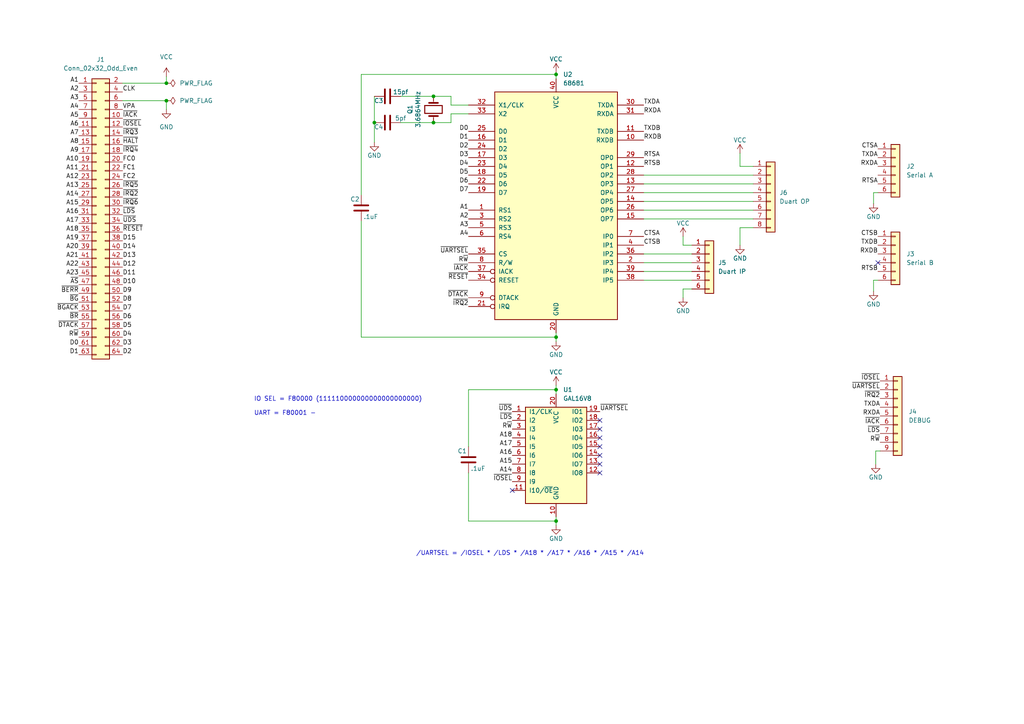
<source format=kicad_sch>
(kicad_sch (version 20211123) (generator eeschema)
  (paper "A4")
  (lib_symbols
    (symbol "Connector_Generic:Conn_01x06" (pin_names (offset 1.016) hide)
      (property "Reference" "J" (at 0 7.62 0))
      (property "Value" "Conn_01x06" (at 0 -10.16 0))
      (symbol "Conn_01x06_1_1"
        (rectangle (start -1.27 -7.493) (end 0 -7.747) (stroke (width 0.1524)))
        (rectangle (start -1.27 -4.953) (end 0 -5.207) (stroke (width 0.1524)))
        (rectangle (start -1.27 -2.413) (end 0 -2.667) (stroke (width 0.1524)))
        (rectangle (start -1.27 0.127) (end 0 -0.127) (stroke (width 0.1524)))
        (rectangle (start -1.27 2.667) (end 0 2.413) (stroke (width 0.1524)))
        (rectangle (start -1.27 5.207) (end 0 4.953) (stroke (width 0.1524)))
        (rectangle (start -1.27 6.35) (end 1.27 -8.89) (stroke (width 0.254)) (fill (type background)))
        (pin passive line (at -5.08 5.08 0) (length 3.81) (name "Pin_1") (number "1"))
        (pin passive line (at -5.08 2.54 0) (length 3.81) (name "Pin_2") (number "2"))
        (pin passive line (at -5.08 0 0) (length 3.81) (name "Pin_3") (number "3"))
        (pin passive line (at -5.08 -2.54 0) (length 3.81) (name "Pin_4") (number "4"))
        (pin passive line (at -5.08 -5.08 0) (length 3.81) (name "Pin_5") (number "5"))
        (pin passive line (at -5.08 -7.62 0) (length 3.81) (name "Pin_6") (number "6"))
      )
    )
    (symbol "Connector_Generic:Conn_01x08" (pin_names (offset 1.016) hide)
      (property "Reference" "J" (at 0 10.16 0))
      (property "Value" "Conn_01x08" (at 0 -12.7 0))
      (symbol "Conn_01x08_1_1"
        (rectangle (start -1.27 -10.033) (end 0 -10.287) (stroke (width 0.1524)))
        (rectangle (start -1.27 -7.493) (end 0 -7.747) (stroke (width 0.1524)))
        (rectangle (start -1.27 -4.953) (end 0 -5.207) (stroke (width 0.1524)))
        (rectangle (start -1.27 -2.413) (end 0 -2.667) (stroke (width 0.1524)))
        (rectangle (start -1.27 0.127) (end 0 -0.127) (stroke (width 0.1524)))
        (rectangle (start -1.27 2.667) (end 0 2.413) (stroke (width 0.1524)))
        (rectangle (start -1.27 5.207) (end 0 4.953) (stroke (width 0.1524)))
        (rectangle (start -1.27 7.747) (end 0 7.493) (stroke (width 0.1524)))
        (rectangle (start -1.27 8.89) (end 1.27 -11.43) (stroke (width 0.254)) (fill (type background)))
        (pin passive line (at -5.08 7.62 0) (length 3.81) (name "Pin_1") (number "1"))
        (pin passive line (at -5.08 5.08 0) (length 3.81) (name "Pin_2") (number "2"))
        (pin passive line (at -5.08 2.54 0) (length 3.81) (name "Pin_3") (number "3"))
        (pin passive line (at -5.08 0 0) (length 3.81) (name "Pin_4") (number "4"))
        (pin passive line (at -5.08 -2.54 0) (length 3.81) (name "Pin_5") (number "5"))
        (pin passive line (at -5.08 -5.08 0) (length 3.81) (name "Pin_6") (number "6"))
        (pin passive line (at -5.08 -7.62 0) (length 3.81) (name "Pin_7") (number "7"))
        (pin passive line (at -5.08 -10.16 0) (length 3.81) (name "Pin_8") (number "8"))
      )
    )
    (symbol "Connector_Generic:Conn_01x09" (pin_names (offset 1.016) hide)
      (property "Reference" "J" (at 0 12.7 0))
      (property "Value" "Conn_01x09" (at 0 -12.7 0))
      (symbol "Conn_01x09_1_1"
        (rectangle (start -1.27 -10.033) (end 0 -10.287) (stroke (width 0.1524)))
        (rectangle (start -1.27 -7.493) (end 0 -7.747) (stroke (width 0.1524)))
        (rectangle (start -1.27 -4.953) (end 0 -5.207) (stroke (width 0.1524)))
        (rectangle (start -1.27 -2.413) (end 0 -2.667) (stroke (width 0.1524)))
        (rectangle (start -1.27 0.127) (end 0 -0.127) (stroke (width 0.1524)))
        (rectangle (start -1.27 2.667) (end 0 2.413) (stroke (width 0.1524)))
        (rectangle (start -1.27 5.207) (end 0 4.953) (stroke (width 0.1524)))
        (rectangle (start -1.27 7.747) (end 0 7.493) (stroke (width 0.1524)))
        (rectangle (start -1.27 10.287) (end 0 10.033) (stroke (width 0.1524)))
        (rectangle (start -1.27 11.43) (end 1.27 -11.43) (stroke (width 0.254)) (fill (type background)))
        (pin passive line (at -5.08 10.16 0) (length 3.81) (name "Pin_1") (number "1"))
        (pin passive line (at -5.08 7.62 0) (length 3.81) (name "Pin_2") (number "2"))
        (pin passive line (at -5.08 5.08 0) (length 3.81) (name "Pin_3") (number "3"))
        (pin passive line (at -5.08 2.54 0) (length 3.81) (name "Pin_4") (number "4"))
        (pin passive line (at -5.08 0 0) (length 3.81) (name "Pin_5") (number "5"))
        (pin passive line (at -5.08 -2.54 0) (length 3.81) (name "Pin_6") (number "6"))
        (pin passive line (at -5.08 -5.08 0) (length 3.81) (name "Pin_7") (number "7"))
        (pin passive line (at -5.08 -7.62 0) (length 3.81) (name "Pin_8") (number "8"))
        (pin passive line (at -5.08 -10.16 0) (length 3.81) (name "Pin_9") (number "9"))
      )
    )
    (symbol "Connector_Generic:Conn_02x32_Odd_Even" (pin_names (offset 1.016) hide)
      (property "Reference" "J" (at 1.27 40.64 0))
      (property "Value" "Conn_02x32_Odd_Even" (at 1.27 -43.18 0))
      (symbol "Conn_02x32_Odd_Even_1_1"
        (rectangle (start -1.27 -40.513) (end 0 -40.767) (stroke (width 0.1524)))
        (rectangle (start -1.27 -37.973) (end 0 -38.227) (stroke (width 0.1524)))
        (rectangle (start -1.27 -35.433) (end 0 -35.687) (stroke (width 0.1524)))
        (rectangle (start -1.27 -32.893) (end 0 -33.147) (stroke (width 0.1524)))
        (rectangle (start -1.27 -30.353) (end 0 -30.607) (stroke (width 0.1524)))
        (rectangle (start -1.27 -27.813) (end 0 -28.067) (stroke (width 0.1524)))
        (rectangle (start -1.27 -25.273) (end 0 -25.527) (stroke (width 0.1524)))
        (rectangle (start -1.27 -22.733) (end 0 -22.987) (stroke (width 0.1524)))
        (rectangle (start -1.27 -20.193) (end 0 -20.447) (stroke (width 0.1524)))
        (rectangle (start -1.27 -17.653) (end 0 -17.907) (stroke (width 0.1524)))
        (rectangle (start -1.27 -15.113) (end 0 -15.367) (stroke (width 0.1524)))
        (rectangle (start -1.27 -12.573) (end 0 -12.827) (stroke (width 0.1524)))
        (rectangle (start -1.27 -10.033) (end 0 -10.287) (stroke (width 0.1524)))
        (rectangle (start -1.27 -7.493) (end 0 -7.747) (stroke (width 0.1524)))
        (rectangle (start -1.27 -4.953) (end 0 -5.207) (stroke (width 0.1524)))
        (rectangle (start -1.27 -2.413) (end 0 -2.667) (stroke (width 0.1524)))
        (rectangle (start -1.27 0.127) (end 0 -0.127) (stroke (width 0.1524)))
        (rectangle (start -1.27 2.667) (end 0 2.413) (stroke (width 0.1524)))
        (rectangle (start -1.27 5.207) (end 0 4.953) (stroke (width 0.1524)))
        (rectangle (start -1.27 7.747) (end 0 7.493) (stroke (width 0.1524)))
        (rectangle (start -1.27 10.287) (end 0 10.033) (stroke (width 0.1524)))
        (rectangle (start -1.27 12.827) (end 0 12.573) (stroke (width 0.1524)))
        (rectangle (start -1.27 15.367) (end 0 15.113) (stroke (width 0.1524)))
        (rectangle (start -1.27 17.907) (end 0 17.653) (stroke (width 0.1524)))
        (rectangle (start -1.27 20.447) (end 0 20.193) (stroke (width 0.1524)))
        (rectangle (start -1.27 22.987) (end 0 22.733) (stroke (width 0.1524)))
        (rectangle (start -1.27 25.527) (end 0 25.273) (stroke (width 0.1524)))
        (rectangle (start -1.27 28.067) (end 0 27.813) (stroke (width 0.1524)))
        (rectangle (start -1.27 30.607) (end 0 30.353) (stroke (width 0.1524)))
        (rectangle (start -1.27 33.147) (end 0 32.893) (stroke (width 0.1524)))
        (rectangle (start -1.27 35.687) (end 0 35.433) (stroke (width 0.1524)))
        (rectangle (start -1.27 38.227) (end 0 37.973) (stroke (width 0.1524)))
        (rectangle (start -1.27 39.37) (end 3.81 -41.91) (stroke (width 0.254)) (fill (type background)))
        (rectangle (start 3.81 -40.513) (end 2.54 -40.767) (stroke (width 0.1524)))
        (rectangle (start 3.81 -37.973) (end 2.54 -38.227) (stroke (width 0.1524)))
        (rectangle (start 3.81 -35.433) (end 2.54 -35.687) (stroke (width 0.1524)))
        (rectangle (start 3.81 -32.893) (end 2.54 -33.147) (stroke (width 0.1524)))
        (rectangle (start 3.81 -30.353) (end 2.54 -30.607) (stroke (width 0.1524)))
        (rectangle (start 3.81 -27.813) (end 2.54 -28.067) (stroke (width 0.1524)))
        (rectangle (start 3.81 -25.273) (end 2.54 -25.527) (stroke (width 0.1524)))
        (rectangle (start 3.81 -22.733) (end 2.54 -22.987) (stroke (width 0.1524)))
        (rectangle (start 3.81 -20.193) (end 2.54 -20.447) (stroke (width 0.1524)))
        (rectangle (start 3.81 -17.653) (end 2.54 -17.907) (stroke (width 0.1524)))
        (rectangle (start 3.81 -15.113) (end 2.54 -15.367) (stroke (width 0.1524)))
        (rectangle (start 3.81 -12.573) (end 2.54 -12.827) (stroke (width 0.1524)))
        (rectangle (start 3.81 -10.033) (end 2.54 -10.287) (stroke (width 0.1524)))
        (rectangle (start 3.81 -7.493) (end 2.54 -7.747) (stroke (width 0.1524)))
        (rectangle (start 3.81 -4.953) (end 2.54 -5.207) (stroke (width 0.1524)))
        (rectangle (start 3.81 -2.413) (end 2.54 -2.667) (stroke (width 0.1524)))
        (rectangle (start 3.81 0.127) (end 2.54 -0.127) (stroke (width 0.1524)))
        (rectangle (start 3.81 2.667) (end 2.54 2.413) (stroke (width 0.1524)))
        (rectangle (start 3.81 5.207) (end 2.54 4.953) (stroke (width 0.1524)))
        (rectangle (start 3.81 7.747) (end 2.54 7.493) (stroke (width 0.1524)))
        (rectangle (start 3.81 10.287) (end 2.54 10.033) (stroke (width 0.1524)))
        (rectangle (start 3.81 12.827) (end 2.54 12.573) (stroke (width 0.1524)))
        (rectangle (start 3.81 15.367) (end 2.54 15.113) (stroke (width 0.1524)))
        (rectangle (start 3.81 17.907) (end 2.54 17.653) (stroke (width 0.1524)))
        (rectangle (start 3.81 20.447) (end 2.54 20.193) (stroke (width 0.1524)))
        (rectangle (start 3.81 22.987) (end 2.54 22.733) (stroke (width 0.1524)))
        (rectangle (start 3.81 25.527) (end 2.54 25.273) (stroke (width 0.1524)))
        (rectangle (start 3.81 28.067) (end 2.54 27.813) (stroke (width 0.1524)))
        (rectangle (start 3.81 30.607) (end 2.54 30.353) (stroke (width 0.1524)))
        (rectangle (start 3.81 33.147) (end 2.54 32.893) (stroke (width 0.1524)))
        (rectangle (start 3.81 35.687) (end 2.54 35.433) (stroke (width 0.1524)))
        (rectangle (start 3.81 38.227) (end 2.54 37.973) (stroke (width 0.1524)))
        (pin passive line (at -5.08 38.1 0) (length 3.81) (name "Pin_1") (number "1"))
        (pin passive line (at 7.62 27.94 180) (length 3.81) (name "Pin_10") (number "10"))
        (pin passive line (at -5.08 25.4 0) (length 3.81) (name "Pin_11") (number "11"))
        (pin passive line (at 7.62 25.4 180) (length 3.81) (name "Pin_12") (number "12"))
        (pin passive line (at -5.08 22.86 0) (length 3.81) (name "Pin_13") (number "13"))
        (pin passive line (at 7.62 22.86 180) (length 3.81) (name "Pin_14") (number "14"))
        (pin passive line (at -5.08 20.32 0) (length 3.81) (name "Pin_15") (number "15"))
        (pin passive line (at 7.62 20.32 180) (length 3.81) (name "Pin_16") (number "16"))
        (pin passive line (at -5.08 17.78 0) (length 3.81) (name "Pin_17") (number "17"))
        (pin passive line (at 7.62 17.78 180) (length 3.81) (name "Pin_18") (number "18"))
        (pin passive line (at -5.08 15.24 0) (length 3.81) (name "Pin_19") (number "19"))
        (pin passive line (at 7.62 38.1 180) (length 3.81) (name "Pin_2") (number "2"))
        (pin passive line (at 7.62 15.24 180) (length 3.81) (name "Pin_20") (number "20"))
        (pin passive line (at -5.08 12.7 0) (length 3.81) (name "Pin_21") (number "21"))
        (pin passive line (at 7.62 12.7 180) (length 3.81) (name "Pin_22") (number "22"))
        (pin passive line (at -5.08 10.16 0) (length 3.81) (name "Pin_23") (number "23"))
        (pin passive line (at 7.62 10.16 180) (length 3.81) (name "Pin_24") (number "24"))
        (pin passive line (at -5.08 7.62 0) (length 3.81) (name "Pin_25") (number "25"))
        (pin passive line (at 7.62 7.62 180) (length 3.81) (name "Pin_26") (number "26"))
        (pin passive line (at -5.08 5.08 0) (length 3.81) (name "Pin_27") (number "27"))
        (pin passive line (at 7.62 5.08 180) (length 3.81) (name "Pin_28") (number "28"))
        (pin passive line (at -5.08 2.54 0) (length 3.81) (name "Pin_29") (number "29"))
        (pin passive line (at -5.08 35.56 0) (length 3.81) (name "Pin_3") (number "3"))
        (pin passive line (at 7.62 2.54 180) (length 3.81) (name "Pin_30") (number "30"))
        (pin passive line (at -5.08 0 0) (length 3.81) (name "Pin_31") (number "31"))
        (pin passive line (at 7.62 0 180) (length 3.81) (name "Pin_32") (number "32"))
        (pin passive line (at -5.08 -2.54 0) (length 3.81) (name "Pin_33") (number "33"))
        (pin passive line (at 7.62 -2.54 180) (length 3.81) (name "Pin_34") (number "34"))
        (pin passive line (at -5.08 -5.08 0) (length 3.81) (name "Pin_35") (number "35"))
        (pin passive line (at 7.62 -5.08 180) (length 3.81) (name "Pin_36") (number "36"))
        (pin passive line (at -5.08 -7.62 0) (length 3.81) (name "Pin_37") (number "37"))
        (pin passive line (at 7.62 -7.62 180) (length 3.81) (name "Pin_38") (number "38"))
        (pin passive line (at -5.08 -10.16 0) (length 3.81) (name "Pin_39") (number "39"))
        (pin passive line (at 7.62 35.56 180) (length 3.81) (name "Pin_4") (number "4"))
        (pin passive line (at 7.62 -10.16 180) (length 3.81) (name "Pin_40") (number "40"))
        (pin passive line (at -5.08 -12.7 0) (length 3.81) (name "Pin_41") (number "41"))
        (pin passive line (at 7.62 -12.7 180) (length 3.81) (name "Pin_42") (number "42"))
        (pin passive line (at -5.08 -15.24 0) (length 3.81) (name "Pin_43") (number "43"))
        (pin passive line (at 7.62 -15.24 180) (length 3.81) (name "Pin_44") (number "44"))
        (pin passive line (at -5.08 -17.78 0) (length 3.81) (name "Pin_45") (number "45"))
        (pin passive line (at 7.62 -17.78 180) (length 3.81) (name "Pin_46") (number "46"))
        (pin passive line (at -5.08 -20.32 0) (length 3.81) (name "Pin_47") (number "47"))
        (pin passive line (at 7.62 -20.32 180) (length 3.81) (name "Pin_48") (number "48"))
        (pin passive line (at -5.08 -22.86 0) (length 3.81) (name "Pin_49") (number "49"))
        (pin passive line (at -5.08 33.02 0) (length 3.81) (name "Pin_5") (number "5"))
        (pin passive line (at 7.62 -22.86 180) (length 3.81) (name "Pin_50") (number "50"))
        (pin passive line (at -5.08 -25.4 0) (length 3.81) (name "Pin_51") (number "51"))
        (pin passive line (at 7.62 -25.4 180) (length 3.81) (name "Pin_52") (number "52"))
        (pin passive line (at -5.08 -27.94 0) (length 3.81) (name "Pin_53") (number "53"))
        (pin passive line (at 7.62 -27.94 180) (length 3.81) (name "Pin_54") (number "54"))
        (pin passive line (at -5.08 -30.48 0) (length 3.81) (name "Pin_55") (number "55"))
        (pin passive line (at 7.62 -30.48 180) (length 3.81) (name "Pin_56") (number "56"))
        (pin passive line (at -5.08 -33.02 0) (length 3.81) (name "Pin_57") (number "57"))
        (pin passive line (at 7.62 -33.02 180) (length 3.81) (name "Pin_58") (number "58"))
        (pin passive line (at -5.08 -35.56 0) (length 3.81) (name "Pin_59") (number "59"))
        (pin passive line (at 7.62 33.02 180) (length 3.81) (name "Pin_6") (number "6"))
        (pin passive line (at 7.62 -35.56 180) (length 3.81) (name "Pin_60") (number "60"))
        (pin passive line (at -5.08 -38.1 0) (length 3.81) (name "Pin_61") (number "61"))
        (pin passive line (at 7.62 -38.1 180) (length 3.81) (name "Pin_62") (number "62"))
        (pin passive line (at -5.08 -40.64 0) (length 3.81) (name "Pin_63") (number "63"))
        (pin passive line (at 7.62 -40.64 180) (length 3.81) (name "Pin_64") (number "64"))
        (pin passive line (at -5.08 30.48 0) (length 3.81) (name "Pin_7") (number "7"))
        (pin passive line (at 7.62 30.48 180) (length 3.81) (name "Pin_8") (number "8"))
        (pin passive line (at -5.08 27.94 0) (length 3.81) (name "Pin_9") (number "9"))
      )
    )
    (symbol "Device:C" (pin_numbers hide) (pin_names (offset 0.254))
      (property "Reference" "C" (at 0.635 2.54 0))
      (property "Value" "C" (at 0.635 -2.54 0))
      (symbol "C_0_1"
        (polyline (pts (xy -2.032 -0.762) (xy 2.032 -0.762)) (stroke (width 0.508)))
        (polyline (pts (xy -2.032 0.762) (xy 2.032 0.762)) (stroke (width 0.508)))
      )
      (symbol "C_1_1"
        (pin passive line (at 0 3.81 270) (length 2.794) (name "~") (number "1"))
        (pin passive line (at 0 -3.81 90) (length 2.794) (name "~") (number "2"))
      )
    )
    (symbol "Device:Crystal" (pin_numbers hide) (pin_names (offset 1.016) hide)
      (property "Reference" "Y" (at 0 3.81 0))
      (property "Value" "Crystal" (at 0 -3.81 0))
      (symbol "Crystal_0_1"
        (rectangle (start -1.143 2.54) (end 1.143 -2.54) (stroke (width 0.3048)))
        (polyline (pts (xy -2.54 0) (xy -1.905 0)))
        (polyline (pts (xy -1.905 -1.27) (xy -1.905 1.27)) (stroke (width 0.508)))
        (polyline (pts (xy 1.905 -1.27) (xy 1.905 1.27)) (stroke (width 0.508)))
        (polyline (pts (xy 2.54 0) (xy 1.905 0)))
      )
      (symbol "Crystal_1_1"
        (pin passive line (at -3.81 0 0) (length 1.27) (name "1") (number "1"))
        (pin passive line (at 3.81 0 180) (length 1.27) (name "2") (number "2"))
      )
    )
    (symbol "Interface:68681" (pin_names (offset 1.016))
      (property "Reference" "U" (at 0 3.81 0))
      (property "Value" "68681" (at 0 -2.54 0))
      (symbol "68681_0_1"
        (rectangle (start -17.78 -31.75) (end 17.78 34.29) (stroke (width 0.254)) (fill (type background)))
      )
      (symbol "68681_1_1"
        (pin input line (at -25.4 0 0) (length 7.62) (name "RS1") (number "1"))
        (pin input line (at 25.4 20.32 180) (length 7.62) (name "RXDB") (number "10"))
        (pin output line (at 25.4 22.86 180) (length 7.62) (name "TXDB") (number "11"))
        (pin output line (at 25.4 12.7 180) (length 7.62) (name "OP1") (number "12"))
        (pin output line (at 25.4 7.62 180) (length 7.62) (name "OP3") (number "13"))
        (pin output line (at 25.4 2.54 180) (length 7.62) (name "OP5") (number "14"))
        (pin output line (at 25.4 -2.54 180) (length 7.62) (name "OP7") (number "15"))
        (pin tri_state line (at -25.4 20.32 0) (length 7.62) (name "D1") (number "16"))
        (pin tri_state line (at -25.4 15.24 0) (length 7.62) (name "D3") (number "17"))
        (pin tri_state line (at -25.4 10.16 0) (length 7.62) (name "D5") (number "18"))
        (pin tri_state line (at -25.4 5.08 0) (length 7.62) (name "D7") (number "19"))
        (pin input line (at 25.4 -15.24 180) (length 7.62) (name "IP3") (number "2"))
        (pin power_in line (at 0 -35.56 90) (length 3.81) (name "GND") (number "20"))
        (pin output inverted (at -25.4 -27.94 0) (length 7.62) (name "IRQ") (number "21"))
        (pin tri_state line (at -25.4 7.62 0) (length 7.62) (name "D6") (number "22"))
        (pin tri_state line (at -25.4 12.7 0) (length 7.62) (name "D4") (number "23"))
        (pin tri_state line (at -25.4 17.78 0) (length 7.62) (name "D2") (number "24"))
        (pin tri_state line (at -25.4 22.86 0) (length 7.62) (name "D0") (number "25"))
        (pin output line (at 25.4 0 180) (length 7.62) (name "OP6") (number "26"))
        (pin output line (at 25.4 5.08 180) (length 7.62) (name "OP4") (number "27"))
        (pin output line (at 25.4 10.16 180) (length 7.62) (name "OP2") (number "28"))
        (pin output line (at 25.4 15.24 180) (length 7.62) (name "OP0") (number "29"))
        (pin input line (at -25.4 -2.54 0) (length 7.62) (name "RS2") (number "3"))
        (pin output line (at 25.4 30.48 180) (length 7.62) (name "TXDA") (number "30"))
        (pin input line (at 25.4 27.94 180) (length 7.62) (name "RXDA") (number "31"))
        (pin input line (at -25.4 30.48 0) (length 7.62) (name "X1/CLK") (number "32"))
        (pin input line (at -25.4 27.94 0) (length 7.62) (name "X2") (number "33"))
        (pin input inverted (at -25.4 -20.32 0) (length 7.62) (name "RESET") (number "34"))
        (pin input line (at -25.4 -12.7 0) (length 7.62) (name "CS") (number "35"))
        (pin input line (at 25.4 -12.7 180) (length 7.62) (name "IP2") (number "36"))
        (pin input inverted (at -25.4 -17.78 0) (length 7.62) (name "IACK") (number "37"))
        (pin input line (at 25.4 -20.32 180) (length 7.62) (name "IP5") (number "38"))
        (pin input line (at 25.4 -17.78 180) (length 7.62) (name "IP4") (number "39"))
        (pin input line (at 25.4 -10.16 180) (length 7.62) (name "IP1") (number "4"))
        (pin power_in line (at 0 38.1 270) (length 3.81) (name "VCC") (number "40"))
        (pin input line (at -25.4 -5.08 0) (length 7.62) (name "RS3") (number "5"))
        (pin input line (at -25.4 -7.62 0) (length 7.62) (name "RS4") (number "6"))
        (pin input line (at 25.4 -7.62 180) (length 7.62) (name "IP0") (number "7"))
        (pin input line (at -25.4 -15.24 0) (length 7.62) (name "R/W") (number "8"))
        (pin open_collector inverted (at -25.4 -25.4 0) (length 7.62) (name "DTACK") (number "9"))
      )
    )
    (symbol "Logic_Programmable:GAL16V8" (pin_names (offset 1.016))
      (property "Reference" "U" (at -8.89 16.51 0))
      (property "Value" "GAL16V8" (at 1.27 16.51 0))
      (symbol "GAL16V8_0_0"
        (pin power_in line (at 0 -17.78 90) (length 3.81) (name "GND") (number "10"))
        (pin power_in line (at 0 17.78 270) (length 3.81) (name "VCC") (number "20"))
      )
      (symbol "GAL16V8_0_1"
        (rectangle (start -8.89 13.97) (end 8.89 -13.97) (stroke (width 0.254)) (fill (type background)))
      )
      (symbol "GAL16V8_1_1"
        (pin input line (at -12.7 12.7 0) (length 3.81) (name "I1/CLK") (number "1"))
        (pin input line (at -12.7 -10.16 0) (length 3.81) (name "I10/~{OE}") (number "11"))
        (pin tri_state line (at 12.7 -5.08 180) (length 3.81) (name "IO8") (number "12"))
        (pin tri_state line (at 12.7 -2.54 180) (length 3.81) (name "IO7") (number "13"))
        (pin tri_state line (at 12.7 0 180) (length 3.81) (name "IO6") (number "14"))
        (pin tri_state line (at 12.7 2.54 180) (length 3.81) (name "IO5") (number "15"))
        (pin tri_state line (at 12.7 5.08 180) (length 3.81) (name "IO4") (number "16"))
        (pin tri_state line (at 12.7 7.62 180) (length 3.81) (name "I03") (number "17"))
        (pin tri_state line (at 12.7 10.16 180) (length 3.81) (name "IO2") (number "18"))
        (pin tri_state line (at 12.7 12.7 180) (length 3.81) (name "IO1") (number "19"))
        (pin input line (at -12.7 10.16 0) (length 3.81) (name "I2") (number "2"))
        (pin input line (at -12.7 7.62 0) (length 3.81) (name "I3") (number "3"))
        (pin input line (at -12.7 5.08 0) (length 3.81) (name "I4") (number "4"))
        (pin input line (at -12.7 2.54 0) (length 3.81) (name "I5") (number "5"))
        (pin input line (at -12.7 0 0) (length 3.81) (name "I6") (number "6"))
        (pin input line (at -12.7 -2.54 0) (length 3.81) (name "I7") (number "7"))
        (pin input line (at -12.7 -5.08 0) (length 3.81) (name "I8") (number "8"))
        (pin input line (at -12.7 -7.62 0) (length 3.81) (name "I9") (number "9"))
      )
    )
    (symbol "power:GND" (power) (pin_names (offset 0))
      (property "Value" "GND" (at 0 -3.81 0))
      (symbol "GND_0_1"
        (polyline (pts (xy 0 0) (xy 0 -1.27) (xy 1.27 -1.27) (xy 0 -2.54) (xy -1.27 -1.27) (xy 0 -1.27)))
      )
      (symbol "GND_1_1"
        (pin power_in line (at 0 0 270) (length 0) hide (name "GND") (number "1"))
      )
    )
    (symbol "power:PWR_FLAG" (power) (pin_numbers hide) (pin_names (offset 0) hide)
      (property "Value" "PWR_FLAG" (at 0 3.81 0))
      (symbol "PWR_FLAG_0_0"
        (pin power_out line (at 0 0 90) (length 0) (name "pwr") (number "1"))
      )
      (symbol "PWR_FLAG_0_1"
        (polyline (pts (xy 0 0) (xy 0 1.27) (xy -1.016 1.905) (xy 0 2.54) (xy 1.016 1.905) (xy 0 1.27)))
      )
    )
    (symbol "power:VCC" (power) (pin_names (offset 0))
      (property "Value" "VCC" (at 0 3.81 0))
      (symbol "VCC_0_1"
        (polyline (pts (xy -0.762 1.27) (xy 0 2.54)))
        (polyline (pts (xy 0 0) (xy 0 2.54)))
        (polyline (pts (xy 0 2.54) (xy 0.762 1.27)))
      )
      (symbol "VCC_1_1"
        (pin power_in line (at 0 0 90) (length 0) hide (name "VCC") (number "1"))
      )
    )
  )
  (junction (at 48.26 24.13))
  (junction (at 161.29 97.79))
  (junction (at 125.73 35.56))
  (junction (at 125.73 27.94))
  (junction (at 48.26 29.21))
  (junction (at 108.585 35.56))
  (junction (at 161.29 113.03))
  (junction (at 161.29 151.13))
  (junction (at 161.29 21.59))
  (no_connect (at 173.99 127))
  (no_connect (at 173.99 121.92))
  (no_connect (at 173.99 124.46))
  (no_connect (at 173.99 137.16))
  (no_connect (at 173.99 134.62))
  (no_connect (at 254.635 76.2))
  (no_connect (at 173.99 132.08))
  (no_connect (at 173.99 129.54))
  (no_connect (at 148.59 142.24))
  (wire (pts (xy 200.66 83.82) (xy 198.12 83.82)))
  (wire (pts (xy 161.29 149.86) (xy 161.29 151.13)))
  (wire (pts (xy 186.69 63.5) (xy 218.44 63.5)))
  (wire (pts (xy 255.27 130.81) (xy 254 130.81)))
  (wire (pts (xy 186.69 58.42) (xy 218.44 58.42)))
  (wire (pts (xy 253.365 55.88) (xy 253.365 59.055)))
  (wire (pts (xy 135.89 33.02) (xy 130.81 33.02)))
  (wire (pts (xy 254 130.81) (xy 254 134.62)))
  (wire (pts (xy 35.56 24.13) (xy 48.26 24.13)))
  (wire (pts (xy 198.12 83.82) (xy 198.12 86.36)))
  (wire (pts (xy 35.56 29.21) (xy 48.26 29.21)))
  (wire (pts (xy 186.69 60.96) (xy 218.44 60.96)))
  (wire (pts (xy 161.29 111.76) (xy 161.29 113.03)))
  (wire (pts (xy 186.69 55.88) (xy 218.44 55.88)))
  (wire (pts (xy 218.44 48.26) (xy 214.63 48.26)))
  (wire (pts (xy 125.73 27.94) (xy 116.205 27.94)))
  (wire (pts (xy 130.81 30.48) (xy 135.89 30.48)))
  (wire (pts (xy 186.69 81.28) (xy 200.66 81.28)))
  (wire (pts (xy 186.69 53.34) (xy 218.44 53.34)))
  (wire (pts (xy 125.73 35.56) (xy 116.205 35.56)))
  (wire (pts (xy 48.26 22.225) (xy 48.26 24.13)))
  (wire (pts (xy 104.775 97.79) (xy 161.29 97.79)))
  (wire (pts (xy 161.29 151.13) (xy 161.29 152.4)))
  (wire (pts (xy 200.66 71.12) (xy 198.12 71.12)))
  (wire (pts (xy 135.89 113.03) (xy 135.89 129.54)))
  (wire (pts (xy 186.69 50.8) (xy 218.44 50.8)))
  (wire (pts (xy 186.69 76.2) (xy 200.66 76.2)))
  (wire (pts (xy 161.29 96.52) (xy 161.29 97.79)))
  (wire (pts (xy 161.29 97.79) (xy 161.29 99.06)))
  (wire (pts (xy 108.585 35.56) (xy 108.585 27.94)))
  (wire (pts (xy 253.365 81.28) (xy 253.365 84.455)))
  (wire (pts (xy 161.29 113.03) (xy 161.29 114.3)))
  (wire (pts (xy 214.63 66.04) (xy 214.63 71.12)))
  (wire (pts (xy 104.775 21.59) (xy 161.29 21.59)))
  (wire (pts (xy 130.81 35.56) (xy 125.73 35.56)))
  (wire (pts (xy 48.26 29.21) (xy 48.26 31.75)))
  (wire (pts (xy 135.89 151.13) (xy 161.29 151.13)))
  (wire (pts (xy 104.775 64.135) (xy 104.775 97.79)))
  (wire (pts (xy 130.81 27.94) (xy 130.81 30.48)))
  (wire (pts (xy 186.69 78.74) (xy 200.66 78.74)))
  (wire (pts (xy 186.69 73.66) (xy 200.66 73.66)))
  (wire (pts (xy 214.63 48.26) (xy 214.63 44.45)))
  (wire (pts (xy 125.73 27.94) (xy 130.81 27.94)))
  (wire (pts (xy 135.89 137.16) (xy 135.89 151.13)))
  (wire (pts (xy 130.81 33.02) (xy 130.81 35.56)))
  (wire (pts (xy 254.635 81.28) (xy 253.365 81.28)))
  (wire (pts (xy 161.29 20.955) (xy 161.29 21.59)))
  (wire (pts (xy 161.29 21.59) (xy 161.29 22.86)))
  (wire (pts (xy 104.775 21.59) (xy 104.775 56.515)))
  (wire (pts (xy 135.89 113.03) (xy 161.29 113.03)))
  (wire (pts (xy 108.585 35.56) (xy 108.585 41.275)))
  (wire (pts (xy 198.12 71.12) (xy 198.12 68.58)))
  (wire (pts (xy 218.44 66.04) (xy 214.63 66.04)))
  (wire (pts (xy 254.635 55.88) (xy 253.365 55.88)))
  (text "/UARTSEL = /IOSEL * /LDS * /A18 * /A17 * /A16 * /A15 * /A14\n" (at 120.65 161.29 0) (effects (font (size 1.27 1.27)) (justify left bottom)))
  (text "IO SEL = F80000 (111110000000000000000000)\n\nUART = F80001 - \n" (at 73.66 120.65 0) (effects (font (size 1.27 1.27)) (justify left bottom)))
  (label "A7" (at 22.86 39.37 180))
  (label "FC2" (at 35.56 52.07 0))
  (label "A17" (at 22.86 64.77 180))
  (label "D6" (at 35.56 92.71 0))
  (label "D4" (at 135.89 48.26 180))
  (label "~{IOSEL}" (at 148.59 139.7 180))
  (label "A20" (at 22.86 72.39 180))
  (label "D5" (at 135.89 50.8 180))
  (label "D14" (at 35.56 72.39 0))
  (label "D10" (at 35.56 82.55 0))
  (label "~{DTACK}" (at 135.89 86.36 180))
  (label "A1" (at 22.86 24.13 180))
  (label "CTSB" (at 254.635 68.58 180))
  (label "A18" (at 22.86 67.31 180))
  (label "A14" (at 22.86 57.15 180))
  (label "R~{W}" (at 148.59 124.46 180))
  (label "RXDB" (at 254.635 73.66 180))
  (label "D4" (at 35.56 97.79 0))
  (label "A2" (at 135.89 63.5 180))
  (label "FC0" (at 35.56 46.99 0))
  (label "~{AS}" (at 22.86 82.55 180))
  (label "RTSA" (at 254.635 53.34 180))
  (label "~{IRQ6}" (at 35.56 59.69 0))
  (label "~{LDS}" (at 255.27 125.73 180))
  (label "R~{W}" (at 255.27 128.27 180))
  (label "~{IRQ2}" (at 35.56 57.15 0))
  (label "A6" (at 22.86 36.83 180))
  (label "~{IACK}" (at 135.89 78.74 180))
  (label "A15" (at 22.86 59.69 180))
  (label "D13" (at 35.56 74.93 0))
  (label "~{LDS}" (at 35.56 62.23 0))
  (label "D1" (at 22.86 102.87 180))
  (label "CTSA" (at 254.635 43.18 180))
  (label "RTSB" (at 186.69 48.26 0))
  (label "~{UDS}" (at 35.56 64.77 0))
  (label "~{BR}" (at 22.86 92.71 180))
  (label "A8" (at 22.86 41.91 180))
  (label "~{DTACK}" (at 22.86 95.25 180))
  (label "~{IRQ2}" (at 255.27 115.57 180))
  (label "D2" (at 135.89 43.18 180))
  (label "D0" (at 135.89 38.1 180))
  (label "CTSB" (at 186.69 71.12 0))
  (label "~{BGACK}" (at 22.86 90.17 180))
  (label "~{LDS}" (at 148.59 121.92 180))
  (label "~{IACK}" (at 35.56 34.29 0))
  (label "~{UARTSEL}" (at 135.89 73.66 180))
  (label "~{HALT}" (at 35.56 41.91 0))
  (label "~{IRQ5}" (at 35.56 54.61 0))
  (label "D12" (at 35.56 77.47 0))
  (label "A16" (at 148.59 132.08 180))
  (label "~{UARTSEL}" (at 173.99 119.38 0))
  (label "R~{W}" (at 22.86 97.79 180))
  (label "D5" (at 35.56 95.25 0))
  (label "A12" (at 22.86 52.07 180))
  (label "RXDB" (at 186.69 40.64 0))
  (label "TXDA" (at 254.635 45.72 180))
  (label "A4" (at 22.86 31.75 180))
  (label "TXDA" (at 255.27 118.11 180))
  (label "~{RESET}" (at 35.56 67.31 0))
  (label "D15" (at 35.56 69.85 0))
  (label "A13" (at 22.86 54.61 180))
  (label "~{BG}" (at 22.86 87.63 180))
  (label "A16" (at 22.86 62.23 180))
  (label "~{IOSEL}" (at 255.27 110.49 180))
  (label "D6" (at 135.89 53.34 180))
  (label "TXDB" (at 186.69 38.1 0))
  (label "A23" (at 22.86 80.01 180))
  (label "D1" (at 135.89 40.64 180))
  (label "CTSA" (at 186.69 68.58 0))
  (label "A3" (at 22.86 29.21 180))
  (label "~{IOSEL}" (at 35.56 36.83 0))
  (label "D7" (at 35.56 90.17 0))
  (label "~{IRQ2}" (at 135.89 88.9 180))
  (label "TXDA" (at 186.69 30.48 0))
  (label "R~{W}" (at 135.89 76.2 180))
  (label "A18" (at 148.59 127 180))
  (label "A4" (at 135.89 68.58 180))
  (label "D9" (at 35.56 85.09 0))
  (label "RXDA" (at 254.635 48.26 180))
  (label "A22" (at 22.86 77.47 180))
  (label "~{UDS}" (at 148.59 119.38 180))
  (label "~{IRQ4}" (at 35.56 44.45 0))
  (label "VPA" (at 35.56 31.75 0))
  (label "D11" (at 35.56 80.01 0))
  (label "~{IACK}" (at 255.27 123.19 180))
  (label "A1" (at 135.89 60.96 180))
  (label "~{IRQ3}" (at 35.56 39.37 0))
  (label "D7" (at 135.89 55.88 180))
  (label "D0" (at 22.86 100.33 180))
  (label "D3" (at 35.56 100.33 0))
  (label "A2" (at 22.86 26.67 180))
  (label "A11" (at 22.86 49.53 180))
  (label "~{RESET}" (at 135.89 81.28 180))
  (label "A10" (at 22.86 46.99 180))
  (label "RXDA" (at 186.69 33.02 0))
  (label "RTSB" (at 254.635 78.74 180))
  (label "D2" (at 35.56 102.87 0))
  (label "D8" (at 35.56 87.63 0))
  (label "A3" (at 135.89 66.04 180))
  (label "CLK" (at 35.56 26.67 0))
  (label "TXDB" (at 254.635 71.12 180))
  (label "A19" (at 22.86 69.85 180))
  (label "~{UARTSEL}" (at 255.27 113.03 180))
  (label "A14" (at 148.59 137.16 180))
  (label "A15" (at 148.59 134.62 180))
  (label "A9" (at 22.86 44.45 180))
  (label "A17" (at 148.59 129.54 180))
  (label "RTSA" (at 186.69 45.72 0))
  (label "D3" (at 135.89 45.72 180))
  (label "FC1" (at 35.56 49.53 0))
  (label "~{BERR}" (at 22.86 85.09 180))
  (label "RXDA" (at 255.27 120.65 180))
  (label "A21" (at 22.86 74.93 180))
  (label "A5" (at 22.86 34.29 180))
  (symbol (lib_id "Logic_Programmable:GAL16V8") (at 161.29 132.08 0) (unit 1)
    (property "Reference" "U1" (at 163.3094 113.03 0) (effects (justify left)))
    (property "Value" "GAL16V8" (at 163.3094 115.57 0) (effects (justify left)))
    (property "Footprint" "Package_DIP:DIP-20_W7.62mm_Socket_LongPads" (effects hide))
  )
  (symbol (lib_id "power:PWR_FLAG") (at 48.26 29.21 270) (unit 1)
    (property "Reference" "#FLG02" (effects hide))
    (property "Value" "PWR_FLAG" (at 52.07 29.2099 90) (effects (justify left)))
  )
  (symbol (lib_id "power:GND") (at 214.63 71.12 0) (unit 1)
    (property "Reference" "#PWR010" (effects hide))
    (property "Value" "GND" (at 214.63 74.93 0))
  )
  (symbol (lib_id "Device:C") (at 112.395 27.94 270) (unit 1)
    (property "Reference" "C3" (at 109.855 29.21 90))
    (property "Value" "15pf" (at 116.205 26.67 90))
    (property "Footprint" "Capacitor_THT:C_Disc_D3.4mm_W2.1mm_P2.50mm" (effects hide))
  )
  (symbol (lib_id "Connector_Generic:Conn_01x06") (at 259.715 73.66 0) (unit 1)
    (property "Reference" "J3" (at 262.89 73.6599 0) (effects (justify left)))
    (property "Value" "Serial B" (at 262.89 76.1999 0) (effects (justify left)))
    (property "Footprint" "Connector_PinHeader_2.54mm:PinHeader_1x06_P2.54mm_Vertical" (effects hide))
  )
  (symbol (lib_id "Connector_Generic:Conn_01x09") (at 260.35 120.65 0) (unit 1)
    (property "Reference" "J4" (at 263.525 119.3799 0) (effects (justify left)))
    (property "Value" "DEBUG" (at 263.525 121.9199 0) (effects (justify left)))
    (property "Footprint" "Connector_PinHeader_2.54mm:PinHeader_1x09_P2.54mm_Vertical" (effects hide))
  )
  (symbol (lib_id "Device:C") (at 112.395 35.56 270) (unit 1)
    (property "Reference" "C4" (at 109.855 36.83 90))
    (property "Value" "5pf" (at 116.205 34.29 90))
    (property "Footprint" "Capacitor_THT:C_Disc_D3.4mm_W2.1mm_P2.50mm" (effects hide))
  )
  (symbol (lib_id "power:GND") (at 108.585 41.275 0) (unit 1)
    (property "Reference" "#PWR03" (effects hide))
    (property "Value" "GND" (at 108.585 45.085 0))
  )
  (symbol (lib_id "Device:Crystal") (at 125.73 31.75 90) (unit 1)
    (property "Reference" "Q1" (at 118.9228 31.75 0))
    (property "Value" "3.6864MHz" (at 121.2342 31.75 0))
    (property "Footprint" "Crystal:Crystal_HC49-4H_Vertical" (effects hide))
  )
  (symbol (lib_id "power:VCC") (at 161.29 20.955 0) (unit 1)
    (property "Reference" "#PWR0105" (effects hide))
    (property "Value" "VCC" (at 161.29 17.145 0))
  )
  (symbol (lib_id "Connector_Generic:Conn_01x06") (at 259.715 48.26 0) (unit 1)
    (property "Reference" "J2" (at 262.89 48.2599 0) (effects (justify left)))
    (property "Value" "Serial A" (at 262.89 50.7999 0) (effects (justify left)))
    (property "Footprint" "Connector_PinHeader_2.54mm:PinHeader_1x06_P2.54mm_Vertical" (effects hide))
  )
  (symbol (lib_id "power:GND") (at 253.365 84.455 0) (unit 1)
    (property "Reference" "#PWR05" (effects hide))
    (property "Value" "GND" (at 253.365 88.265 0))
  )
  (symbol (lib_id "power:PWR_FLAG") (at 48.26 24.13 270) (unit 1)
    (property "Reference" "#FLG01" (effects hide))
    (property "Value" "PWR_FLAG" (at 52.07 24.1299 90) (effects (justify left)))
  )
  (symbol (lib_id "Connector_Generic:Conn_01x06") (at 205.74 76.2 0) (unit 1)
    (property "Reference" "J5" (at 208.28 76.1999 0) (effects (justify left)))
    (property "Value" "Duart IP" (at 208.28 78.7399 0) (effects (justify left)))
    (property "Footprint" "Connector_PinHeader_2.54mm:PinHeader_1x08_P2.54mm_Vertical" (effects hide))
  )
  (symbol (lib_id "power:VCC") (at 48.26 22.225 0) (unit 1)
    (property "Reference" "#PWR01" (effects hide))
    (property "Value" "VCC" (at 48.26 16.51 0))
  )
  (symbol (lib_id "power:GND") (at 253.365 59.055 0) (unit 1)
    (property "Reference" "#PWR04" (effects hide))
    (property "Value" "GND" (at 253.365 62.865 0))
  )
  (symbol (lib_id "Interface:68681") (at 161.29 60.96 0) (unit 1)
    (property "Reference" "U2" (at 163.3094 21.59 0) (effects (justify left)))
    (property "Value" "68681" (at 163.3094 24.13 0) (effects (justify left)))
    (property "Footprint" "Package_DIP:DIP-40_W15.24mm_Socket_LongPads" (effects hide))
  )
  (symbol (lib_id "power:GND") (at 48.26 31.75 0) (unit 1)
    (property "Reference" "#PWR02" (effects hide))
    (property "Value" "GND" (at 48.26 36.83 0))
  )
  (symbol (lib_id "power:VCC") (at 214.63 44.45 0) (unit 1)
    (property "Reference" "#PWR09" (effects hide))
    (property "Value" "VCC" (at 214.63 40.64 0))
  )
  (symbol (lib_id "power:GND") (at 161.29 99.06 0) (unit 1)
    (property "Reference" "#PWR0106" (effects hide))
    (property "Value" "GND" (at 161.29 102.87 0))
  )
  (symbol (lib_id "Connector_Generic:Conn_01x08") (at 223.52 55.88 0) (unit 1)
    (property "Reference" "J6" (at 226.06 55.8799 0) (effects (justify left)))
    (property "Value" "Duart OP" (at 226.06 58.4199 0) (effects (justify left)))
    (property "Footprint" "Connector_PinHeader_2.54mm:PinHeader_1x06_P2.54mm_Vertical" (effects hide))
  )
  (symbol (lib_id "Device:C") (at 135.89 133.35 0) (unit 1)
    (property "Reference" "C1" (at 132.715 130.81 0) (effects (justify left)))
    (property "Value" ".1uF" (at 136.525 135.89 0) (effects (justify left)))
    (property "Footprint" "Capacitor_THT:C_Disc_D3.4mm_W2.1mm_P2.50mm" (effects hide))
  )
  (symbol (lib_id "Device:C") (at 104.775 60.325 0) (unit 1)
    (property "Reference" "C2" (at 101.6 57.785 0) (effects (justify left)))
    (property "Value" ".1uF" (at 105.41 62.865 0) (effects (justify left)))
    (property "Footprint" "Capacitor_THT:C_Disc_D3.4mm_W2.1mm_P2.50mm" (effects hide))
  )
  (symbol (lib_id "Connector_Generic:Conn_02x32_Odd_Even") (at 27.94 62.23 0) (unit 1)
    (property "Reference" "J1" (at 29.21 17.272 0))
    (property "Value" "Conn_02x32_Odd_Even" (at 29.21 19.812 0))
    (property "Footprint" "Connector_PinHeader_2.54mm:PinHeader_2x32_P2.54mm_Horizontal" (effects hide))
  )
  (symbol (lib_id "power:GND") (at 198.12 86.36 0) (unit 1)
    (property "Reference" "#PWR08" (effects hide))
    (property "Value" "GND" (at 198.12 90.17 0))
  )
  (symbol (lib_id "power:GND") (at 161.29 152.4 0) (unit 1)
    (property "Reference" "#PWR0102" (effects hide))
    (property "Value" "GND" (at 161.29 156.21 0))
  )
  (symbol (lib_id "power:VCC") (at 161.29 111.76 0) (unit 1)
    (property "Reference" "#PWR0101" (effects hide))
    (property "Value" "VCC" (at 161.29 107.95 0))
  )
  (symbol (lib_id "power:GND") (at 254 134.62 0) (unit 1)
    (property "Reference" "#PWR06" (effects hide))
    (property "Value" "GND" (at 254 138.43 0))
  )
  (symbol (lib_id "power:VCC") (at 198.12 68.58 0) (unit 1)
    (property "Reference" "#PWR07" (effects hide))
    (property "Value" "VCC" (at 198.12 64.77 0))
  )
)
</source>
